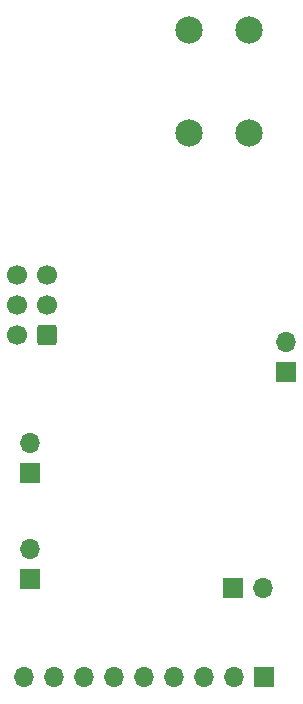
<source format=gbr>
%TF.GenerationSoftware,KiCad,Pcbnew,8.0.5*%
%TF.CreationDate,2024-10-14T01:07:43-05:00*%
%TF.ProjectId,bidirectional_load_switch,62696469-7265-4637-9469-6f6e616c5f6c,rev?*%
%TF.SameCoordinates,Original*%
%TF.FileFunction,Soldermask,Bot*%
%TF.FilePolarity,Negative*%
%FSLAX46Y46*%
G04 Gerber Fmt 4.6, Leading zero omitted, Abs format (unit mm)*
G04 Created by KiCad (PCBNEW 8.0.5) date 2024-10-14 01:07:43*
%MOMM*%
%LPD*%
G01*
G04 APERTURE LIST*
G04 Aperture macros list*
%AMRoundRect*
0 Rectangle with rounded corners*
0 $1 Rounding radius*
0 $2 $3 $4 $5 $6 $7 $8 $9 X,Y pos of 4 corners*
0 Add a 4 corners polygon primitive as box body*
4,1,4,$2,$3,$4,$5,$6,$7,$8,$9,$2,$3,0*
0 Add four circle primitives for the rounded corners*
1,1,$1+$1,$2,$3*
1,1,$1+$1,$4,$5*
1,1,$1+$1,$6,$7*
1,1,$1+$1,$8,$9*
0 Add four rect primitives between the rounded corners*
20,1,$1+$1,$2,$3,$4,$5,0*
20,1,$1+$1,$4,$5,$6,$7,0*
20,1,$1+$1,$6,$7,$8,$9,0*
20,1,$1+$1,$8,$9,$2,$3,0*%
G04 Aperture macros list end*
%ADD10R,1.700000X1.700000*%
%ADD11O,1.700000X1.700000*%
%ADD12RoundRect,0.250000X0.600000X0.600000X-0.600000X0.600000X-0.600000X-0.600000X0.600000X-0.600000X0*%
%ADD13C,1.700000*%
%ADD14C,2.304000*%
G04 APERTURE END LIST*
D10*
%TO.C,J105*%
X67300000Y-106800000D03*
D11*
X67300000Y-104260000D03*
%TD*%
D10*
%TO.C,J102*%
X84550000Y-116550000D03*
D11*
X87090000Y-116550000D03*
%TD*%
D12*
%TO.C,J107*%
X68802500Y-95095000D03*
D13*
X66262500Y-95095000D03*
X68802500Y-92555000D03*
X66262500Y-92555000D03*
X68802500Y-90015000D03*
X66262500Y-90015000D03*
%TD*%
D10*
%TO.C,J106*%
X67300000Y-115800000D03*
D11*
X67300000Y-113260000D03*
%TD*%
D10*
%TO.C,J104*%
X89050000Y-98300000D03*
D11*
X89050000Y-95760000D03*
%TD*%
D10*
%TO.C,J103*%
X87180000Y-124100000D03*
D11*
X84640000Y-124100000D03*
X82100000Y-124100000D03*
X79560000Y-124100000D03*
X77020000Y-124100000D03*
X74480000Y-124100000D03*
X71940000Y-124100000D03*
X69400000Y-124100000D03*
X66860000Y-124100000D03*
%TD*%
D14*
%TO.C,J101*%
X85840000Y-78037500D03*
X85840000Y-69337500D03*
X80760000Y-78037500D03*
X80760000Y-69337500D03*
%TD*%
M02*

</source>
